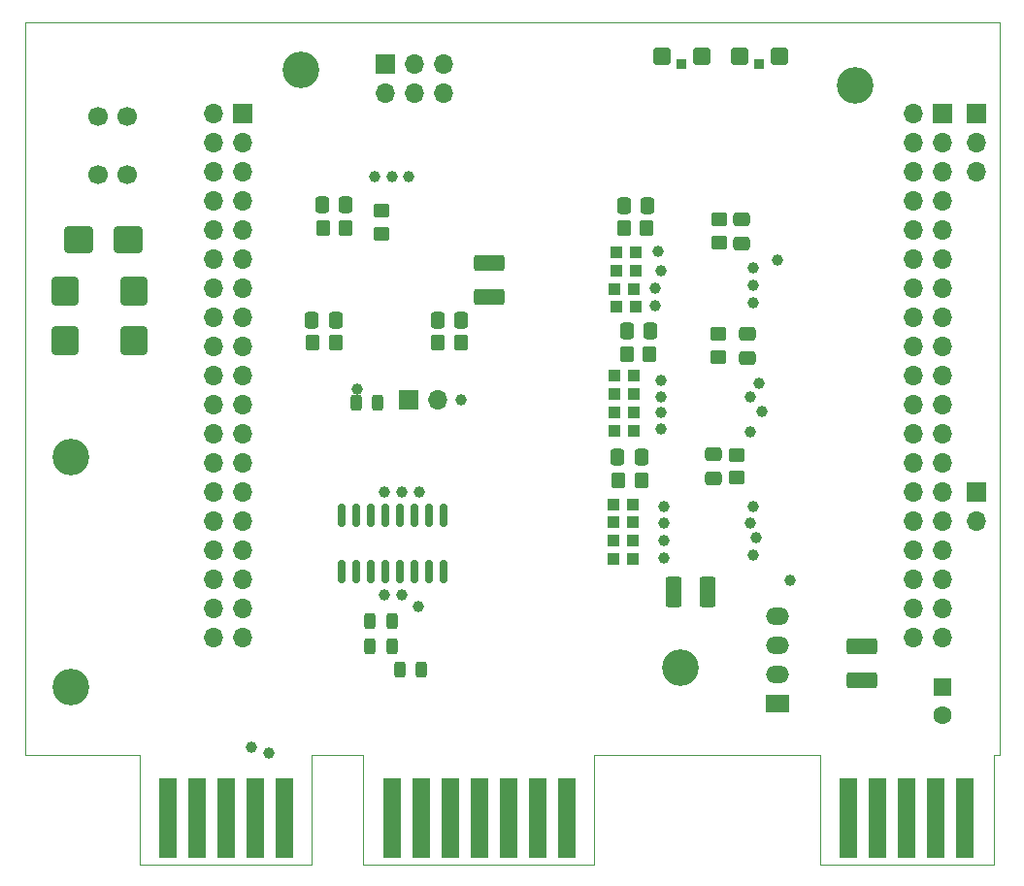
<source format=gbr>
%TF.GenerationSoftware,KiCad,Pcbnew,7.0.9*%
%TF.CreationDate,2024-06-26T15:19:18+03:00*%
%TF.ProjectId,_____ _________ ___________,1f3b3042-3020-43e4-913d-3e323d3e333e,rev?*%
%TF.SameCoordinates,Original*%
%TF.FileFunction,Soldermask,Bot*%
%TF.FilePolarity,Negative*%
%FSLAX46Y46*%
G04 Gerber Fmt 4.6, Leading zero omitted, Abs format (unit mm)*
G04 Created by KiCad (PCBNEW 7.0.9) date 2024-06-26 15:19:18*
%MOMM*%
%LPD*%
G01*
G04 APERTURE LIST*
G04 Aperture macros list*
%AMRoundRect*
0 Rectangle with rounded corners*
0 $1 Rounding radius*
0 $2 $3 $4 $5 $6 $7 $8 $9 X,Y pos of 4 corners*
0 Add a 4 corners polygon primitive as box body*
4,1,4,$2,$3,$4,$5,$6,$7,$8,$9,$2,$3,0*
0 Add four circle primitives for the rounded corners*
1,1,$1+$1,$2,$3*
1,1,$1+$1,$4,$5*
1,1,$1+$1,$6,$7*
1,1,$1+$1,$8,$9*
0 Add four rect primitives between the rounded corners*
20,1,$1+$1,$2,$3,$4,$5,0*
20,1,$1+$1,$4,$5,$6,$7,0*
20,1,$1+$1,$6,$7,$8,$9,0*
20,1,$1+$1,$8,$9,$2,$3,0*%
G04 Aperture macros list end*
%ADD10C,3.200000*%
%ADD11R,1.524000X7.000000*%
%ADD12R,1.700000X1.700000*%
%ADD13O,1.700000X1.700000*%
%ADD14C,1.700000*%
%ADD15R,1.000000X1.000000*%
%ADD16C,1.000000*%
%ADD17RoundRect,0.250000X0.475000X-0.337500X0.475000X0.337500X-0.475000X0.337500X-0.475000X-0.337500X0*%
%ADD18RoundRect,0.250000X0.337500X0.475000X-0.337500X0.475000X-0.337500X-0.475000X0.337500X-0.475000X0*%
%ADD19RoundRect,0.250001X-0.462499X-1.074999X0.462499X-1.074999X0.462499X1.074999X-0.462499X1.074999X0*%
%ADD20RoundRect,0.250000X0.500000X0.500000X-0.500000X0.500000X-0.500000X-0.500000X0.500000X-0.500000X0*%
%ADD21RoundRect,0.225000X0.225000X0.225000X-0.225000X0.225000X-0.225000X-0.225000X0.225000X-0.225000X0*%
%ADD22RoundRect,0.250000X-0.350000X-0.450000X0.350000X-0.450000X0.350000X0.450000X-0.350000X0.450000X0*%
%ADD23RoundRect,0.250001X1.074999X-0.462499X1.074999X0.462499X-1.074999X0.462499X-1.074999X-0.462499X0*%
%ADD24RoundRect,0.250000X-0.450000X0.350000X-0.450000X-0.350000X0.450000X-0.350000X0.450000X0.350000X0*%
%ADD25RoundRect,0.250000X-0.900000X1.000000X-0.900000X-1.000000X0.900000X-1.000000X0.900000X1.000000X0*%
%ADD26RoundRect,0.243750X-0.243750X-0.456250X0.243750X-0.456250X0.243750X0.456250X-0.243750X0.456250X0*%
%ADD27RoundRect,0.250000X-1.000000X-0.900000X1.000000X-0.900000X1.000000X0.900000X-1.000000X0.900000X0*%
%ADD28RoundRect,0.250001X-1.074999X0.462499X-1.074999X-0.462499X1.074999X-0.462499X1.074999X0.462499X0*%
%ADD29RoundRect,0.150000X-0.150000X0.825000X-0.150000X-0.825000X0.150000X-0.825000X0.150000X0.825000X0*%
%ADD30R,2.000000X1.500000*%
%ADD31O,2.000000X1.500000*%
%ADD32RoundRect,0.250000X0.450000X-0.350000X0.450000X0.350000X-0.450000X0.350000X-0.450000X-0.350000X0*%
%ADD33RoundRect,0.250000X0.350000X0.450000X-0.350000X0.450000X-0.350000X-0.450000X0.350000X-0.450000X0*%
%ADD34RoundRect,0.250000X-0.475000X0.337500X-0.475000X-0.337500X0.475000X-0.337500X0.475000X0.337500X0*%
%ADD35R,1.600000X1.600000*%
%ADD36C,1.600000*%
%ADD37RoundRect,0.250000X-0.337500X-0.475000X0.337500X-0.475000X0.337500X0.475000X-0.337500X0.475000X0*%
%TA.AperFunction,Profile*%
%ADD38C,0.100000*%
%TD*%
G04 APERTURE END LIST*
D10*
%TO.C,H5*%
X162400000Y-41500000D03*
%TD*%
D11*
%TO.C,RS1*%
X102440000Y-105500000D03*
X104980000Y-105500000D03*
X107520000Y-105500000D03*
X110060000Y-105500000D03*
X112600000Y-105500000D03*
X112600000Y-105500000D03*
X110060000Y-105500000D03*
X107520000Y-105500000D03*
X104980000Y-105500000D03*
X102440000Y-105500000D03*
%TD*%
D10*
%TO.C,H3*%
X147200000Y-92300000D03*
%TD*%
D12*
%TO.C,CN9*%
X170000000Y-44000000D03*
D13*
X167460000Y-44000000D03*
X170000000Y-46540000D03*
X167460000Y-46540000D03*
X170000000Y-49080000D03*
X167460000Y-49080000D03*
X170000000Y-51620000D03*
X167460000Y-51620000D03*
X170000000Y-54160000D03*
X167460000Y-54160000D03*
X170000000Y-56700000D03*
X167460000Y-56700000D03*
X170000000Y-59240000D03*
X167460000Y-59240000D03*
X170000000Y-61780000D03*
X167460000Y-61780000D03*
X170000000Y-64320000D03*
X167460000Y-64320000D03*
X170000000Y-66860000D03*
X167460000Y-66860000D03*
X170000000Y-69400000D03*
X167460000Y-69400000D03*
X170000000Y-71940000D03*
X167460000Y-71940000D03*
X170000000Y-74480000D03*
X167460000Y-74480000D03*
X170000000Y-77020000D03*
X167460000Y-77020000D03*
X170000000Y-79560000D03*
X167460000Y-79560000D03*
X170000000Y-82100000D03*
X167460000Y-82100000D03*
X170000000Y-84640000D03*
X167460000Y-84640000D03*
X170000000Y-87180000D03*
X167460000Y-87180000D03*
X170000000Y-89720000D03*
X167460000Y-89720000D03*
%TD*%
D10*
%TO.C,H4*%
X114100000Y-40200000D03*
%TD*%
%TO.C,H1*%
X94000000Y-94000000D03*
%TD*%
%TO.C,H2*%
X94000000Y-74000000D03*
%TD*%
D12*
%TO.C,CN7*%
X109020000Y-44010000D03*
D13*
X106480000Y-44010000D03*
X109020000Y-46550000D03*
X106480000Y-46550000D03*
X109020000Y-49090000D03*
X106480000Y-49090000D03*
X109020000Y-51630000D03*
X106480000Y-51630000D03*
X109020000Y-54170000D03*
X106480000Y-54170000D03*
X109020000Y-56710000D03*
X106480000Y-56710000D03*
X109020000Y-59250000D03*
X106480000Y-59250000D03*
X109020000Y-61790000D03*
X106480000Y-61790000D03*
X109020000Y-64330000D03*
X106480000Y-64330000D03*
X109020000Y-66870000D03*
X106480000Y-66870000D03*
X109020000Y-69410000D03*
X106480000Y-69410000D03*
X109020000Y-71950000D03*
X106480000Y-71950000D03*
X109020000Y-74490000D03*
X106480000Y-74490000D03*
X109020000Y-77030000D03*
X106480000Y-77030000D03*
X109020000Y-79570000D03*
X106480000Y-79570000D03*
X109020000Y-82110000D03*
X106480000Y-82110000D03*
X109020000Y-84650000D03*
X106480000Y-84650000D03*
X109020000Y-87190000D03*
X106480000Y-87190000D03*
X109020000Y-89730000D03*
X106480000Y-89730000D03*
%TD*%
D14*
%TO.C,J1*%
X98916000Y-44222000D03*
X98916000Y-49302000D03*
X96376000Y-44222000D03*
X96376000Y-49302000D03*
%TD*%
D11*
%TO.C,RS2*%
X161840000Y-105500000D03*
X164380000Y-105500000D03*
X166920000Y-105500000D03*
X169460000Y-105500000D03*
X172000000Y-105500000D03*
X172000000Y-105500000D03*
X169460000Y-105500000D03*
X166920000Y-105500000D03*
X164380000Y-105500000D03*
X161840000Y-105500000D03*
%TD*%
%TO.C,RS3*%
X137240000Y-105500000D03*
X134700000Y-105500000D03*
X132160000Y-105500000D03*
X129620000Y-105500000D03*
X127080000Y-105500000D03*
X124540000Y-105500000D03*
X122000000Y-105500000D03*
%TD*%
D15*
%TO.C,R24*%
X143100000Y-70080000D03*
X141400000Y-70080000D03*
%TD*%
D16*
%TO.C,TP29*%
X124375000Y-77000000D03*
%TD*%
D15*
%TO.C,R23*%
X143100000Y-71680000D03*
X141400000Y-71680000D03*
%TD*%
D16*
%TO.C,TP13*%
X145250000Y-56000000D03*
%TD*%
%TO.C,TP19*%
X145500000Y-70100000D03*
%TD*%
%TO.C,TP33*%
X109750000Y-99250000D03*
%TD*%
D17*
%TO.C,C25*%
X153000000Y-65325000D03*
X153000000Y-63250000D03*
%TD*%
D18*
%TO.C,C16*%
X128075000Y-62000000D03*
X126000000Y-62000000D03*
%TD*%
D16*
%TO.C,TP8*%
X153250000Y-71750000D03*
%TD*%
D19*
%TO.C,C2*%
X146547500Y-85750000D03*
X149522500Y-85750000D03*
%TD*%
D15*
%TO.C,R26*%
X143100000Y-66880000D03*
X141400000Y-66880000D03*
%TD*%
D16*
%TO.C,TP10*%
X153250000Y-79750000D03*
%TD*%
D20*
%TO.C,D4*%
X149050000Y-39000000D03*
X145550000Y-39000000D03*
D21*
X147300000Y-39650000D03*
%TD*%
D16*
%TO.C,TP9*%
X153500000Y-78250000D03*
%TD*%
D22*
%TO.C,C15*%
X115075000Y-64000000D03*
X117075000Y-64000000D03*
%TD*%
D20*
%TO.C,D3*%
X155800000Y-39000000D03*
X152300000Y-39000000D03*
D21*
X154050000Y-39650000D03*
%TD*%
D23*
%TO.C,C7*%
X163000000Y-93475000D03*
X163000000Y-90500000D03*
%TD*%
D15*
%TO.C,R30*%
X143250000Y-56080000D03*
X141550000Y-56080000D03*
%TD*%
D22*
%TO.C,C31*%
X142500000Y-65000000D03*
X144500000Y-65000000D03*
%TD*%
D18*
%TO.C,C34*%
X143750000Y-74000000D03*
X141675000Y-74000000D03*
%TD*%
D16*
%TO.C,TP35*%
X122000000Y-49500000D03*
%TD*%
D24*
%TO.C,C28*%
X152052500Y-73787500D03*
X152052500Y-75787500D03*
%TD*%
D12*
%TO.C,J3*%
X173000000Y-44000000D03*
D13*
X173000000Y-46540000D03*
X173000000Y-49080000D03*
%TD*%
D17*
%TO.C,C27*%
X150022500Y-75825000D03*
X150022500Y-73750000D03*
%TD*%
D16*
%TO.C,TP38*%
X119000000Y-68000000D03*
%TD*%
D18*
%TO.C,C22*%
X118000000Y-51950000D03*
X115925000Y-51950000D03*
%TD*%
D16*
%TO.C,TP26*%
X124350000Y-87000000D03*
%TD*%
%TO.C,TP31*%
X121375000Y-77000000D03*
%TD*%
D25*
%TO.C,D1*%
X93500000Y-59500000D03*
X93500000Y-63800000D03*
%TD*%
D15*
%TO.C,R29*%
X143250000Y-57680000D03*
X141550000Y-57680000D03*
%TD*%
D16*
%TO.C,TP12*%
X153500000Y-82500000D03*
%TD*%
D26*
%TO.C,R7*%
X120115000Y-88250000D03*
X121990000Y-88250000D03*
%TD*%
D15*
%TO.C,R19*%
X143000000Y-82880000D03*
X141300000Y-82880000D03*
%TD*%
D27*
%TO.C,D5*%
X94700000Y-55000000D03*
X99000000Y-55000000D03*
%TD*%
D28*
%TO.C,C10*%
X130500000Y-57025000D03*
X130500000Y-60000000D03*
%TD*%
D15*
%TO.C,R28*%
X143100000Y-59280000D03*
X141400000Y-59280000D03*
%TD*%
D22*
%TO.C,C18*%
X116000000Y-54000000D03*
X118000000Y-54000000D03*
%TD*%
D16*
%TO.C,TP17*%
X145500000Y-67250000D03*
%TD*%
D22*
%TO.C,C30*%
X142250000Y-54000000D03*
X144250000Y-54000000D03*
%TD*%
D15*
%TO.C,R20*%
X143000000Y-81280000D03*
X141300000Y-81280000D03*
%TD*%
D16*
%TO.C,TP25*%
X156750000Y-84750000D03*
%TD*%
%TO.C,TP15*%
X145000000Y-59250000D03*
%TD*%
%TO.C,TP2*%
X153500000Y-57500000D03*
%TD*%
D29*
%TO.C,U2*%
X117600000Y-79050000D03*
X118870000Y-79050000D03*
X120140000Y-79050000D03*
X121410000Y-79050000D03*
X122680000Y-79050000D03*
X123950000Y-79050000D03*
X125220000Y-79050000D03*
X126490000Y-79050000D03*
X126490000Y-84000000D03*
X125220000Y-84000000D03*
X123950000Y-84000000D03*
X122680000Y-84000000D03*
X121410000Y-84000000D03*
X120140000Y-84000000D03*
X118870000Y-84000000D03*
X117600000Y-84000000D03*
%TD*%
D16*
%TO.C,TP7*%
X154250000Y-70000000D03*
%TD*%
D30*
%TO.C,U5*%
X155632500Y-95512500D03*
D31*
X155632500Y-92972500D03*
X155632500Y-90432500D03*
X155632500Y-87892500D03*
%TD*%
D16*
%TO.C,TP6*%
X153250000Y-68750000D03*
%TD*%
%TO.C,TP3*%
X153500000Y-59000000D03*
%TD*%
D18*
%TO.C,C32*%
X144575000Y-63000000D03*
X142500000Y-63000000D03*
%TD*%
D15*
%TO.C,R21*%
X143000000Y-79680000D03*
X141300000Y-79680000D03*
%TD*%
D32*
%TO.C,C23*%
X150522500Y-55250000D03*
X150522500Y-53250000D03*
%TD*%
D16*
%TO.C,TP27*%
X122850000Y-86000000D03*
%TD*%
%TO.C,TP4*%
X153500000Y-60500000D03*
%TD*%
D12*
%TO.C,J2*%
X121420000Y-39660000D03*
D13*
X121420000Y-42200000D03*
X123960000Y-39660000D03*
X123960000Y-42200000D03*
X126500000Y-39660000D03*
X126500000Y-42200000D03*
%TD*%
D25*
%TO.C,D2*%
X99500000Y-59500000D03*
X99500000Y-63800000D03*
%TD*%
D16*
%TO.C,TP1*%
X155600000Y-56800000D03*
%TD*%
%TO.C,TP24*%
X145750000Y-82750000D03*
%TD*%
%TO.C,TP11*%
X153750000Y-81000000D03*
%TD*%
D33*
%TO.C,C20*%
X128000000Y-64000000D03*
X126000000Y-64000000D03*
%TD*%
D16*
%TO.C,TP23*%
X145750000Y-81250000D03*
%TD*%
%TO.C,TP32*%
X111250000Y-99750000D03*
%TD*%
D34*
%TO.C,C24*%
X152522500Y-53250000D03*
X152522500Y-55325000D03*
%TD*%
D16*
%TO.C,TP18*%
X145500000Y-68750000D03*
%TD*%
%TO.C,TP16*%
X145000000Y-60750000D03*
%TD*%
D24*
%TO.C,C26*%
X150500000Y-63250000D03*
X150500000Y-65250000D03*
%TD*%
D26*
%TO.C,R6*%
X120115000Y-90500000D03*
X121990000Y-90500000D03*
%TD*%
D12*
%TO.C,J5*%
X123460000Y-69000000D03*
D13*
X126000000Y-69000000D03*
%TD*%
D32*
%TO.C,R9*%
X121075000Y-54500000D03*
X121075000Y-52500000D03*
%TD*%
D16*
%TO.C,TP28*%
X121350000Y-86000000D03*
%TD*%
%TO.C,TP20*%
X145500000Y-71500000D03*
%TD*%
D22*
%TO.C,C33*%
X141750000Y-76000000D03*
X143750000Y-76000000D03*
%TD*%
D26*
%TO.C,R8*%
X118875000Y-69250000D03*
X120750000Y-69250000D03*
%TD*%
D16*
%TO.C,TP36*%
X120500000Y-49500000D03*
%TD*%
%TO.C,TP37*%
X128000000Y-69000000D03*
%TD*%
%TO.C,TP14*%
X145500000Y-57750000D03*
%TD*%
D15*
%TO.C,R25*%
X143100000Y-68500000D03*
X141400000Y-68500000D03*
%TD*%
D12*
%TO.C,J4*%
X173000000Y-77000000D03*
D13*
X173000000Y-79540000D03*
%TD*%
D16*
%TO.C,TP21*%
X145750000Y-78250000D03*
%TD*%
%TO.C,TP34*%
X123500000Y-49500000D03*
%TD*%
D15*
%TO.C,R22*%
X143000000Y-78080000D03*
X141300000Y-78080000D03*
%TD*%
D35*
%TO.C,C14*%
X170000000Y-94000000D03*
D36*
X170000000Y-96500000D03*
%TD*%
D18*
%TO.C,C29*%
X144325000Y-52000000D03*
X142250000Y-52000000D03*
%TD*%
D16*
%TO.C,TP22*%
X145750000Y-79750000D03*
%TD*%
D37*
%TO.C,C19*%
X115000000Y-62000000D03*
X117075000Y-62000000D03*
%TD*%
D16*
%TO.C,TP5*%
X154000000Y-67500000D03*
%TD*%
%TO.C,TP30*%
X122875000Y-77000000D03*
%TD*%
D26*
%TO.C,R3*%
X122677500Y-92500000D03*
X124552500Y-92500000D03*
%TD*%
D15*
%TO.C,R27*%
X143250000Y-60880000D03*
X141550000Y-60880000D03*
%TD*%
D38*
X175000000Y-100000000D02*
X175000000Y-36000000D01*
X119500000Y-100000000D02*
X119500000Y-109500000D01*
X90000000Y-100000000D02*
X90000000Y-36000000D01*
X175000000Y-36000000D02*
X90000000Y-36000000D01*
X97500000Y-100000000D02*
X90000000Y-100000000D01*
X100000000Y-109500000D02*
X115000000Y-109500000D01*
X115000000Y-100000000D02*
X119500000Y-100000000D01*
X159400000Y-109500000D02*
X174500000Y-109500000D01*
X97500000Y-100000000D02*
X100000000Y-100000000D01*
X174500000Y-100000000D02*
X175000000Y-100000000D01*
X139600000Y-109500000D02*
X139600000Y-100000000D01*
X159400000Y-100000000D02*
X159400000Y-109500000D01*
X139600000Y-100000000D02*
X159400000Y-100000000D01*
X115000000Y-109500000D02*
X115000000Y-100000000D01*
X174500000Y-109500000D02*
X174500000Y-100000000D01*
X100000000Y-100000000D02*
X100000000Y-109500000D01*
X119500000Y-109500000D02*
X139600000Y-109500000D01*
M02*

</source>
